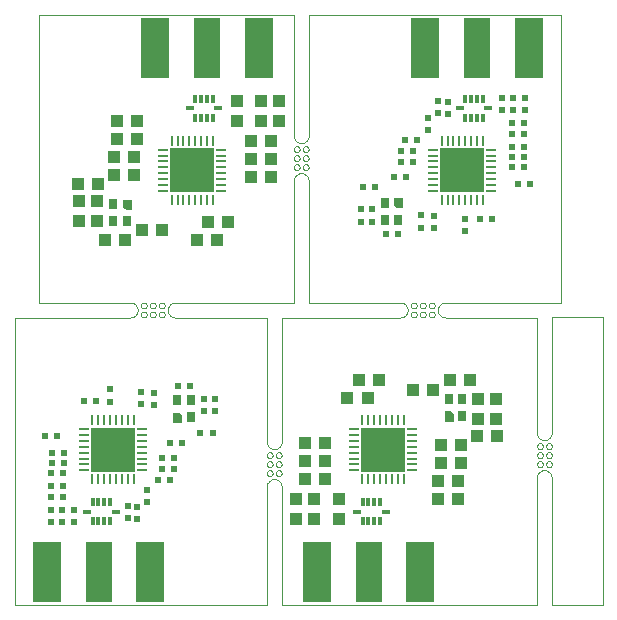
<source format=gtp>
G75*
%MOIN*%
%OFA0B0*%
%FSLAX24Y24*%
%IPPOS*%
%LPD*%
%AMOC8*
5,1,8,0,0,1.08239X$1,22.5*
%
%ADD10C,0.0000*%
%ADD11R,0.0110X0.0330*%
%ADD12R,0.0330X0.0110*%
%ADD13R,0.1460X0.1460*%
%ADD14R,0.0230X0.0240*%
%ADD15R,0.0240X0.0230*%
%ADD16R,0.0295X0.0335*%
%ADD17C,0.0020*%
%ADD18R,0.0900X0.2000*%
%ADD19R,0.0950X0.2000*%
%ADD20R,0.0118X0.0315*%
%ADD21R,0.0315X0.0118*%
%ADD22R,0.0433X0.0394*%
%ADD23R,0.0394X0.0433*%
D10*
X000550Y002350D02*
X000550Y011940D01*
X004400Y011940D01*
X004430Y011942D01*
X004460Y011947D01*
X004489Y011956D01*
X004516Y011969D01*
X004542Y011984D01*
X004566Y012003D01*
X004587Y012024D01*
X004606Y012048D01*
X004621Y012074D01*
X004634Y012101D01*
X004643Y012130D01*
X004648Y012160D01*
X004650Y012190D01*
X004648Y012220D01*
X004643Y012250D01*
X004634Y012279D01*
X004621Y012306D01*
X004606Y012332D01*
X004587Y012356D01*
X004566Y012377D01*
X004542Y012396D01*
X004516Y012411D01*
X004489Y012424D01*
X004460Y012433D01*
X004430Y012438D01*
X004400Y012440D01*
X001350Y012440D01*
X001350Y022035D01*
X009850Y022035D01*
X009850Y018000D01*
X009852Y017970D01*
X009857Y017940D01*
X009866Y017911D01*
X009879Y017884D01*
X009894Y017858D01*
X009913Y017834D01*
X009934Y017813D01*
X009958Y017794D01*
X009984Y017779D01*
X010011Y017766D01*
X010040Y017757D01*
X010070Y017752D01*
X010100Y017750D01*
X010130Y017752D01*
X010160Y017757D01*
X010189Y017766D01*
X010216Y017779D01*
X010242Y017794D01*
X010266Y017813D01*
X010287Y017834D01*
X010306Y017858D01*
X010321Y017884D01*
X010334Y017911D01*
X010343Y017940D01*
X010348Y017970D01*
X010350Y018000D01*
X010350Y022035D01*
X018750Y022035D01*
X018750Y012440D01*
X014910Y012440D01*
X014880Y012438D01*
X014850Y012433D01*
X014821Y012424D01*
X014794Y012411D01*
X014768Y012396D01*
X014744Y012377D01*
X014723Y012356D01*
X014704Y012332D01*
X014689Y012306D01*
X014676Y012279D01*
X014667Y012250D01*
X014662Y012220D01*
X014660Y012190D01*
X014662Y012160D01*
X014667Y012130D01*
X014676Y012101D01*
X014689Y012074D01*
X014704Y012048D01*
X014723Y012024D01*
X014744Y012003D01*
X014768Y011984D01*
X014794Y011969D01*
X014821Y011956D01*
X014850Y011947D01*
X014880Y011942D01*
X014910Y011940D01*
X017950Y011940D01*
X017950Y008100D01*
X017952Y008070D01*
X017957Y008040D01*
X017966Y008011D01*
X017979Y007984D01*
X017994Y007958D01*
X018013Y007934D01*
X018034Y007913D01*
X018058Y007894D01*
X018084Y007879D01*
X018111Y007866D01*
X018140Y007857D01*
X018170Y007852D01*
X018200Y007850D01*
X018230Y007852D01*
X018260Y007857D01*
X018289Y007866D01*
X018316Y007879D01*
X018342Y007894D01*
X018366Y007913D01*
X018387Y007934D01*
X018406Y007958D01*
X018421Y007984D01*
X018434Y008011D01*
X018443Y008040D01*
X018448Y008070D01*
X018450Y008100D01*
X018450Y011950D01*
X020150Y011950D01*
X020150Y002350D01*
X018450Y002350D01*
X018450Y006600D01*
X018262Y007050D02*
X018264Y007069D01*
X018269Y007088D01*
X018279Y007104D01*
X018291Y007119D01*
X018306Y007131D01*
X018322Y007141D01*
X018341Y007146D01*
X018360Y007148D01*
X018379Y007146D01*
X018398Y007141D01*
X018414Y007131D01*
X018429Y007119D01*
X018441Y007104D01*
X018451Y007088D01*
X018456Y007069D01*
X018458Y007050D01*
X018456Y007031D01*
X018451Y007012D01*
X018441Y006996D01*
X018429Y006981D01*
X018414Y006969D01*
X018398Y006959D01*
X018379Y006954D01*
X018360Y006952D01*
X018341Y006954D01*
X018322Y006959D01*
X018306Y006969D01*
X018291Y006981D01*
X018279Y006996D01*
X018269Y007012D01*
X018264Y007031D01*
X018262Y007050D01*
X017962Y007050D02*
X017964Y007069D01*
X017969Y007088D01*
X017979Y007104D01*
X017991Y007119D01*
X018006Y007131D01*
X018022Y007141D01*
X018041Y007146D01*
X018060Y007148D01*
X018079Y007146D01*
X018098Y007141D01*
X018114Y007131D01*
X018129Y007119D01*
X018141Y007104D01*
X018151Y007088D01*
X018156Y007069D01*
X018158Y007050D01*
X018156Y007031D01*
X018151Y007012D01*
X018141Y006996D01*
X018129Y006981D01*
X018114Y006969D01*
X018098Y006959D01*
X018079Y006954D01*
X018060Y006952D01*
X018041Y006954D01*
X018022Y006959D01*
X018006Y006969D01*
X017991Y006981D01*
X017979Y006996D01*
X017969Y007012D01*
X017964Y007031D01*
X017962Y007050D01*
X017950Y006600D02*
X017950Y002350D01*
X009450Y002350D01*
X009450Y006305D01*
X009448Y006335D01*
X009441Y006365D01*
X009432Y006393D01*
X009419Y006421D01*
X009403Y006446D01*
X009384Y006469D01*
X009362Y006490D01*
X009338Y006509D01*
X009312Y006524D01*
X009284Y006535D01*
X009255Y006544D01*
X009225Y006549D01*
X009195Y006550D01*
X009165Y006548D01*
X009135Y006541D01*
X009107Y006532D01*
X009079Y006519D01*
X009054Y006503D01*
X009031Y006484D01*
X009010Y006462D01*
X008991Y006438D01*
X008976Y006412D01*
X008965Y006384D01*
X008956Y006355D01*
X008951Y006325D01*
X008950Y006295D01*
X008950Y002350D01*
X000550Y002350D01*
X005900Y011940D02*
X008950Y011940D01*
X008950Y007800D01*
X008952Y007770D01*
X008957Y007740D01*
X008966Y007711D01*
X008979Y007684D01*
X008994Y007658D01*
X009013Y007634D01*
X009034Y007613D01*
X009058Y007594D01*
X009084Y007579D01*
X009111Y007566D01*
X009140Y007557D01*
X009170Y007552D01*
X009200Y007550D01*
X009230Y007552D01*
X009260Y007557D01*
X009289Y007566D01*
X009316Y007579D01*
X009342Y007594D01*
X009366Y007613D01*
X009387Y007634D01*
X009406Y007658D01*
X009421Y007684D01*
X009434Y007711D01*
X009443Y007740D01*
X009448Y007770D01*
X009450Y007800D01*
X009450Y011940D01*
X013400Y011940D01*
X013430Y011942D01*
X013460Y011947D01*
X013489Y011956D01*
X013516Y011969D01*
X013542Y011984D01*
X013566Y012003D01*
X013587Y012024D01*
X013606Y012048D01*
X013621Y012074D01*
X013634Y012101D01*
X013643Y012130D01*
X013648Y012160D01*
X013650Y012190D01*
X013648Y012220D01*
X013643Y012250D01*
X013634Y012279D01*
X013621Y012306D01*
X013606Y012332D01*
X013587Y012356D01*
X013566Y012377D01*
X013542Y012396D01*
X013516Y012411D01*
X013489Y012424D01*
X013460Y012433D01*
X013430Y012438D01*
X013400Y012440D01*
X010350Y012440D01*
X010350Y016500D01*
X010348Y016530D01*
X010343Y016560D01*
X010334Y016589D01*
X010321Y016616D01*
X010306Y016642D01*
X010287Y016666D01*
X010266Y016687D01*
X010242Y016706D01*
X010216Y016721D01*
X010189Y016734D01*
X010160Y016743D01*
X010130Y016748D01*
X010100Y016750D01*
X010070Y016748D01*
X010040Y016743D01*
X010011Y016734D01*
X009984Y016721D01*
X009958Y016706D01*
X009934Y016687D01*
X009913Y016666D01*
X009894Y016642D01*
X009879Y016616D01*
X009866Y016589D01*
X009857Y016560D01*
X009852Y016530D01*
X009850Y016500D01*
X009850Y012440D01*
X005900Y012440D01*
X005870Y012438D01*
X005840Y012433D01*
X005811Y012424D01*
X005784Y012411D01*
X005758Y012396D01*
X005734Y012377D01*
X005713Y012356D01*
X005694Y012332D01*
X005679Y012306D01*
X005666Y012279D01*
X005657Y012250D01*
X005652Y012220D01*
X005650Y012190D01*
X005652Y012160D01*
X005657Y012130D01*
X005666Y012101D01*
X005679Y012074D01*
X005694Y012048D01*
X005713Y012024D01*
X005734Y012003D01*
X005758Y011984D01*
X005784Y011969D01*
X005811Y011956D01*
X005840Y011947D01*
X005870Y011942D01*
X005900Y011940D01*
X005352Y012040D02*
X005354Y012059D01*
X005359Y012078D01*
X005369Y012094D01*
X005381Y012109D01*
X005396Y012121D01*
X005412Y012131D01*
X005431Y012136D01*
X005450Y012138D01*
X005469Y012136D01*
X005488Y012131D01*
X005504Y012121D01*
X005519Y012109D01*
X005531Y012094D01*
X005541Y012078D01*
X005546Y012059D01*
X005548Y012040D01*
X005546Y012021D01*
X005541Y012002D01*
X005531Y011986D01*
X005519Y011971D01*
X005504Y011959D01*
X005488Y011949D01*
X005469Y011944D01*
X005450Y011942D01*
X005431Y011944D01*
X005412Y011949D01*
X005396Y011959D01*
X005381Y011971D01*
X005369Y011986D01*
X005359Y012002D01*
X005354Y012021D01*
X005352Y012040D01*
X005052Y012040D02*
X005054Y012059D01*
X005059Y012078D01*
X005069Y012094D01*
X005081Y012109D01*
X005096Y012121D01*
X005112Y012131D01*
X005131Y012136D01*
X005150Y012138D01*
X005169Y012136D01*
X005188Y012131D01*
X005204Y012121D01*
X005219Y012109D01*
X005231Y012094D01*
X005241Y012078D01*
X005246Y012059D01*
X005248Y012040D01*
X005246Y012021D01*
X005241Y012002D01*
X005231Y011986D01*
X005219Y011971D01*
X005204Y011959D01*
X005188Y011949D01*
X005169Y011944D01*
X005150Y011942D01*
X005131Y011944D01*
X005112Y011949D01*
X005096Y011959D01*
X005081Y011971D01*
X005069Y011986D01*
X005059Y012002D01*
X005054Y012021D01*
X005052Y012040D01*
X004752Y012040D02*
X004754Y012059D01*
X004759Y012078D01*
X004769Y012094D01*
X004781Y012109D01*
X004796Y012121D01*
X004812Y012131D01*
X004831Y012136D01*
X004850Y012138D01*
X004869Y012136D01*
X004888Y012131D01*
X004904Y012121D01*
X004919Y012109D01*
X004931Y012094D01*
X004941Y012078D01*
X004946Y012059D01*
X004948Y012040D01*
X004946Y012021D01*
X004941Y012002D01*
X004931Y011986D01*
X004919Y011971D01*
X004904Y011959D01*
X004888Y011949D01*
X004869Y011944D01*
X004850Y011942D01*
X004831Y011944D01*
X004812Y011949D01*
X004796Y011959D01*
X004781Y011971D01*
X004769Y011986D01*
X004759Y012002D01*
X004754Y012021D01*
X004752Y012040D01*
X004752Y012340D02*
X004754Y012359D01*
X004759Y012378D01*
X004769Y012394D01*
X004781Y012409D01*
X004796Y012421D01*
X004812Y012431D01*
X004831Y012436D01*
X004850Y012438D01*
X004869Y012436D01*
X004888Y012431D01*
X004904Y012421D01*
X004919Y012409D01*
X004931Y012394D01*
X004941Y012378D01*
X004946Y012359D01*
X004948Y012340D01*
X004946Y012321D01*
X004941Y012302D01*
X004931Y012286D01*
X004919Y012271D01*
X004904Y012259D01*
X004888Y012249D01*
X004869Y012244D01*
X004850Y012242D01*
X004831Y012244D01*
X004812Y012249D01*
X004796Y012259D01*
X004781Y012271D01*
X004769Y012286D01*
X004759Y012302D01*
X004754Y012321D01*
X004752Y012340D01*
X005052Y012340D02*
X005054Y012359D01*
X005059Y012378D01*
X005069Y012394D01*
X005081Y012409D01*
X005096Y012421D01*
X005112Y012431D01*
X005131Y012436D01*
X005150Y012438D01*
X005169Y012436D01*
X005188Y012431D01*
X005204Y012421D01*
X005219Y012409D01*
X005231Y012394D01*
X005241Y012378D01*
X005246Y012359D01*
X005248Y012340D01*
X005246Y012321D01*
X005241Y012302D01*
X005231Y012286D01*
X005219Y012271D01*
X005204Y012259D01*
X005188Y012249D01*
X005169Y012244D01*
X005150Y012242D01*
X005131Y012244D01*
X005112Y012249D01*
X005096Y012259D01*
X005081Y012271D01*
X005069Y012286D01*
X005059Y012302D01*
X005054Y012321D01*
X005052Y012340D01*
X005352Y012340D02*
X005354Y012359D01*
X005359Y012378D01*
X005369Y012394D01*
X005381Y012409D01*
X005396Y012421D01*
X005412Y012431D01*
X005431Y012436D01*
X005450Y012438D01*
X005469Y012436D01*
X005488Y012431D01*
X005504Y012421D01*
X005519Y012409D01*
X005531Y012394D01*
X005541Y012378D01*
X005546Y012359D01*
X005548Y012340D01*
X005546Y012321D01*
X005541Y012302D01*
X005531Y012286D01*
X005519Y012271D01*
X005504Y012259D01*
X005488Y012249D01*
X005469Y012244D01*
X005450Y012242D01*
X005431Y012244D01*
X005412Y012249D01*
X005396Y012259D01*
X005381Y012271D01*
X005369Y012286D01*
X005359Y012302D01*
X005354Y012321D01*
X005352Y012340D01*
X008952Y007350D02*
X008954Y007369D01*
X008959Y007388D01*
X008969Y007404D01*
X008981Y007419D01*
X008996Y007431D01*
X009012Y007441D01*
X009031Y007446D01*
X009050Y007448D01*
X009069Y007446D01*
X009088Y007441D01*
X009104Y007431D01*
X009119Y007419D01*
X009131Y007404D01*
X009141Y007388D01*
X009146Y007369D01*
X009148Y007350D01*
X009146Y007331D01*
X009141Y007312D01*
X009131Y007296D01*
X009119Y007281D01*
X009104Y007269D01*
X009088Y007259D01*
X009069Y007254D01*
X009050Y007252D01*
X009031Y007254D01*
X009012Y007259D01*
X008996Y007269D01*
X008981Y007281D01*
X008969Y007296D01*
X008959Y007312D01*
X008954Y007331D01*
X008952Y007350D01*
X008952Y007050D02*
X008954Y007069D01*
X008959Y007088D01*
X008969Y007104D01*
X008981Y007119D01*
X008996Y007131D01*
X009012Y007141D01*
X009031Y007146D01*
X009050Y007148D01*
X009069Y007146D01*
X009088Y007141D01*
X009104Y007131D01*
X009119Y007119D01*
X009131Y007104D01*
X009141Y007088D01*
X009146Y007069D01*
X009148Y007050D01*
X009146Y007031D01*
X009141Y007012D01*
X009131Y006996D01*
X009119Y006981D01*
X009104Y006969D01*
X009088Y006959D01*
X009069Y006954D01*
X009050Y006952D01*
X009031Y006954D01*
X009012Y006959D01*
X008996Y006969D01*
X008981Y006981D01*
X008969Y006996D01*
X008959Y007012D01*
X008954Y007031D01*
X008952Y007050D01*
X008952Y006750D02*
X008954Y006769D01*
X008959Y006788D01*
X008969Y006804D01*
X008981Y006819D01*
X008996Y006831D01*
X009012Y006841D01*
X009031Y006846D01*
X009050Y006848D01*
X009069Y006846D01*
X009088Y006841D01*
X009104Y006831D01*
X009119Y006819D01*
X009131Y006804D01*
X009141Y006788D01*
X009146Y006769D01*
X009148Y006750D01*
X009146Y006731D01*
X009141Y006712D01*
X009131Y006696D01*
X009119Y006681D01*
X009104Y006669D01*
X009088Y006659D01*
X009069Y006654D01*
X009050Y006652D01*
X009031Y006654D01*
X009012Y006659D01*
X008996Y006669D01*
X008981Y006681D01*
X008969Y006696D01*
X008959Y006712D01*
X008954Y006731D01*
X008952Y006750D01*
X009252Y006750D02*
X009254Y006769D01*
X009259Y006788D01*
X009269Y006804D01*
X009281Y006819D01*
X009296Y006831D01*
X009312Y006841D01*
X009331Y006846D01*
X009350Y006848D01*
X009369Y006846D01*
X009388Y006841D01*
X009404Y006831D01*
X009419Y006819D01*
X009431Y006804D01*
X009441Y006788D01*
X009446Y006769D01*
X009448Y006750D01*
X009446Y006731D01*
X009441Y006712D01*
X009431Y006696D01*
X009419Y006681D01*
X009404Y006669D01*
X009388Y006659D01*
X009369Y006654D01*
X009350Y006652D01*
X009331Y006654D01*
X009312Y006659D01*
X009296Y006669D01*
X009281Y006681D01*
X009269Y006696D01*
X009259Y006712D01*
X009254Y006731D01*
X009252Y006750D01*
X009252Y007050D02*
X009254Y007069D01*
X009259Y007088D01*
X009269Y007104D01*
X009281Y007119D01*
X009296Y007131D01*
X009312Y007141D01*
X009331Y007146D01*
X009350Y007148D01*
X009369Y007146D01*
X009388Y007141D01*
X009404Y007131D01*
X009419Y007119D01*
X009431Y007104D01*
X009441Y007088D01*
X009446Y007069D01*
X009448Y007050D01*
X009446Y007031D01*
X009441Y007012D01*
X009431Y006996D01*
X009419Y006981D01*
X009404Y006969D01*
X009388Y006959D01*
X009369Y006954D01*
X009350Y006952D01*
X009331Y006954D01*
X009312Y006959D01*
X009296Y006969D01*
X009281Y006981D01*
X009269Y006996D01*
X009259Y007012D01*
X009254Y007031D01*
X009252Y007050D01*
X009252Y007350D02*
X009254Y007369D01*
X009259Y007388D01*
X009269Y007404D01*
X009281Y007419D01*
X009296Y007431D01*
X009312Y007441D01*
X009331Y007446D01*
X009350Y007448D01*
X009369Y007446D01*
X009388Y007441D01*
X009404Y007431D01*
X009419Y007419D01*
X009431Y007404D01*
X009441Y007388D01*
X009446Y007369D01*
X009448Y007350D01*
X009446Y007331D01*
X009441Y007312D01*
X009431Y007296D01*
X009419Y007281D01*
X009404Y007269D01*
X009388Y007259D01*
X009369Y007254D01*
X009350Y007252D01*
X009331Y007254D01*
X009312Y007259D01*
X009296Y007269D01*
X009281Y007281D01*
X009269Y007296D01*
X009259Y007312D01*
X009254Y007331D01*
X009252Y007350D01*
X013752Y012040D02*
X013754Y012059D01*
X013759Y012078D01*
X013769Y012094D01*
X013781Y012109D01*
X013796Y012121D01*
X013812Y012131D01*
X013831Y012136D01*
X013850Y012138D01*
X013869Y012136D01*
X013888Y012131D01*
X013904Y012121D01*
X013919Y012109D01*
X013931Y012094D01*
X013941Y012078D01*
X013946Y012059D01*
X013948Y012040D01*
X013946Y012021D01*
X013941Y012002D01*
X013931Y011986D01*
X013919Y011971D01*
X013904Y011959D01*
X013888Y011949D01*
X013869Y011944D01*
X013850Y011942D01*
X013831Y011944D01*
X013812Y011949D01*
X013796Y011959D01*
X013781Y011971D01*
X013769Y011986D01*
X013759Y012002D01*
X013754Y012021D01*
X013752Y012040D01*
X013752Y012340D02*
X013754Y012359D01*
X013759Y012378D01*
X013769Y012394D01*
X013781Y012409D01*
X013796Y012421D01*
X013812Y012431D01*
X013831Y012436D01*
X013850Y012438D01*
X013869Y012436D01*
X013888Y012431D01*
X013904Y012421D01*
X013919Y012409D01*
X013931Y012394D01*
X013941Y012378D01*
X013946Y012359D01*
X013948Y012340D01*
X013946Y012321D01*
X013941Y012302D01*
X013931Y012286D01*
X013919Y012271D01*
X013904Y012259D01*
X013888Y012249D01*
X013869Y012244D01*
X013850Y012242D01*
X013831Y012244D01*
X013812Y012249D01*
X013796Y012259D01*
X013781Y012271D01*
X013769Y012286D01*
X013759Y012302D01*
X013754Y012321D01*
X013752Y012340D01*
X014052Y012340D02*
X014054Y012359D01*
X014059Y012378D01*
X014069Y012394D01*
X014081Y012409D01*
X014096Y012421D01*
X014112Y012431D01*
X014131Y012436D01*
X014150Y012438D01*
X014169Y012436D01*
X014188Y012431D01*
X014204Y012421D01*
X014219Y012409D01*
X014231Y012394D01*
X014241Y012378D01*
X014246Y012359D01*
X014248Y012340D01*
X014246Y012321D01*
X014241Y012302D01*
X014231Y012286D01*
X014219Y012271D01*
X014204Y012259D01*
X014188Y012249D01*
X014169Y012244D01*
X014150Y012242D01*
X014131Y012244D01*
X014112Y012249D01*
X014096Y012259D01*
X014081Y012271D01*
X014069Y012286D01*
X014059Y012302D01*
X014054Y012321D01*
X014052Y012340D01*
X014052Y012040D02*
X014054Y012059D01*
X014059Y012078D01*
X014069Y012094D01*
X014081Y012109D01*
X014096Y012121D01*
X014112Y012131D01*
X014131Y012136D01*
X014150Y012138D01*
X014169Y012136D01*
X014188Y012131D01*
X014204Y012121D01*
X014219Y012109D01*
X014231Y012094D01*
X014241Y012078D01*
X014246Y012059D01*
X014248Y012040D01*
X014246Y012021D01*
X014241Y012002D01*
X014231Y011986D01*
X014219Y011971D01*
X014204Y011959D01*
X014188Y011949D01*
X014169Y011944D01*
X014150Y011942D01*
X014131Y011944D01*
X014112Y011949D01*
X014096Y011959D01*
X014081Y011971D01*
X014069Y011986D01*
X014059Y012002D01*
X014054Y012021D01*
X014052Y012040D01*
X014352Y012040D02*
X014354Y012059D01*
X014359Y012078D01*
X014369Y012094D01*
X014381Y012109D01*
X014396Y012121D01*
X014412Y012131D01*
X014431Y012136D01*
X014450Y012138D01*
X014469Y012136D01*
X014488Y012131D01*
X014504Y012121D01*
X014519Y012109D01*
X014531Y012094D01*
X014541Y012078D01*
X014546Y012059D01*
X014548Y012040D01*
X014546Y012021D01*
X014541Y012002D01*
X014531Y011986D01*
X014519Y011971D01*
X014504Y011959D01*
X014488Y011949D01*
X014469Y011944D01*
X014450Y011942D01*
X014431Y011944D01*
X014412Y011949D01*
X014396Y011959D01*
X014381Y011971D01*
X014369Y011986D01*
X014359Y012002D01*
X014354Y012021D01*
X014352Y012040D01*
X014352Y012340D02*
X014354Y012359D01*
X014359Y012378D01*
X014369Y012394D01*
X014381Y012409D01*
X014396Y012421D01*
X014412Y012431D01*
X014431Y012436D01*
X014450Y012438D01*
X014469Y012436D01*
X014488Y012431D01*
X014504Y012421D01*
X014519Y012409D01*
X014531Y012394D01*
X014541Y012378D01*
X014546Y012359D01*
X014548Y012340D01*
X014546Y012321D01*
X014541Y012302D01*
X014531Y012286D01*
X014519Y012271D01*
X014504Y012259D01*
X014488Y012249D01*
X014469Y012244D01*
X014450Y012242D01*
X014431Y012244D01*
X014412Y012249D01*
X014396Y012259D01*
X014381Y012271D01*
X014369Y012286D01*
X014359Y012302D01*
X014354Y012321D01*
X014352Y012340D01*
X017962Y007650D02*
X017964Y007669D01*
X017969Y007688D01*
X017979Y007704D01*
X017991Y007719D01*
X018006Y007731D01*
X018022Y007741D01*
X018041Y007746D01*
X018060Y007748D01*
X018079Y007746D01*
X018098Y007741D01*
X018114Y007731D01*
X018129Y007719D01*
X018141Y007704D01*
X018151Y007688D01*
X018156Y007669D01*
X018158Y007650D01*
X018156Y007631D01*
X018151Y007612D01*
X018141Y007596D01*
X018129Y007581D01*
X018114Y007569D01*
X018098Y007559D01*
X018079Y007554D01*
X018060Y007552D01*
X018041Y007554D01*
X018022Y007559D01*
X018006Y007569D01*
X017991Y007581D01*
X017979Y007596D01*
X017969Y007612D01*
X017964Y007631D01*
X017962Y007650D01*
X017962Y007350D02*
X017964Y007369D01*
X017969Y007388D01*
X017979Y007404D01*
X017991Y007419D01*
X018006Y007431D01*
X018022Y007441D01*
X018041Y007446D01*
X018060Y007448D01*
X018079Y007446D01*
X018098Y007441D01*
X018114Y007431D01*
X018129Y007419D01*
X018141Y007404D01*
X018151Y007388D01*
X018156Y007369D01*
X018158Y007350D01*
X018156Y007331D01*
X018151Y007312D01*
X018141Y007296D01*
X018129Y007281D01*
X018114Y007269D01*
X018098Y007259D01*
X018079Y007254D01*
X018060Y007252D01*
X018041Y007254D01*
X018022Y007259D01*
X018006Y007269D01*
X017991Y007281D01*
X017979Y007296D01*
X017969Y007312D01*
X017964Y007331D01*
X017962Y007350D01*
X018262Y007350D02*
X018264Y007369D01*
X018269Y007388D01*
X018279Y007404D01*
X018291Y007419D01*
X018306Y007431D01*
X018322Y007441D01*
X018341Y007446D01*
X018360Y007448D01*
X018379Y007446D01*
X018398Y007441D01*
X018414Y007431D01*
X018429Y007419D01*
X018441Y007404D01*
X018451Y007388D01*
X018456Y007369D01*
X018458Y007350D01*
X018456Y007331D01*
X018451Y007312D01*
X018441Y007296D01*
X018429Y007281D01*
X018414Y007269D01*
X018398Y007259D01*
X018379Y007254D01*
X018360Y007252D01*
X018341Y007254D01*
X018322Y007259D01*
X018306Y007269D01*
X018291Y007281D01*
X018279Y007296D01*
X018269Y007312D01*
X018264Y007331D01*
X018262Y007350D01*
X018262Y007650D02*
X018264Y007669D01*
X018269Y007688D01*
X018279Y007704D01*
X018291Y007719D01*
X018306Y007731D01*
X018322Y007741D01*
X018341Y007746D01*
X018360Y007748D01*
X018379Y007746D01*
X018398Y007741D01*
X018414Y007731D01*
X018429Y007719D01*
X018441Y007704D01*
X018451Y007688D01*
X018456Y007669D01*
X018458Y007650D01*
X018456Y007631D01*
X018451Y007612D01*
X018441Y007596D01*
X018429Y007581D01*
X018414Y007569D01*
X018398Y007559D01*
X018379Y007554D01*
X018360Y007552D01*
X018341Y007554D01*
X018322Y007559D01*
X018306Y007569D01*
X018291Y007581D01*
X018279Y007596D01*
X018269Y007612D01*
X018264Y007631D01*
X018262Y007650D01*
X018450Y006600D02*
X018448Y006630D01*
X018443Y006660D01*
X018434Y006689D01*
X018421Y006716D01*
X018406Y006742D01*
X018387Y006766D01*
X018366Y006787D01*
X018342Y006806D01*
X018316Y006821D01*
X018289Y006834D01*
X018260Y006843D01*
X018230Y006848D01*
X018200Y006850D01*
X018170Y006848D01*
X018140Y006843D01*
X018111Y006834D01*
X018084Y006821D01*
X018058Y006806D01*
X018034Y006787D01*
X018013Y006766D01*
X017994Y006742D01*
X017979Y006716D01*
X017966Y006689D01*
X017957Y006660D01*
X017952Y006630D01*
X017950Y006600D01*
X010152Y016950D02*
X010154Y016969D01*
X010159Y016988D01*
X010169Y017004D01*
X010181Y017019D01*
X010196Y017031D01*
X010212Y017041D01*
X010231Y017046D01*
X010250Y017048D01*
X010269Y017046D01*
X010288Y017041D01*
X010304Y017031D01*
X010319Y017019D01*
X010331Y017004D01*
X010341Y016988D01*
X010346Y016969D01*
X010348Y016950D01*
X010346Y016931D01*
X010341Y016912D01*
X010331Y016896D01*
X010319Y016881D01*
X010304Y016869D01*
X010288Y016859D01*
X010269Y016854D01*
X010250Y016852D01*
X010231Y016854D01*
X010212Y016859D01*
X010196Y016869D01*
X010181Y016881D01*
X010169Y016896D01*
X010159Y016912D01*
X010154Y016931D01*
X010152Y016950D01*
X009852Y016950D02*
X009854Y016969D01*
X009859Y016988D01*
X009869Y017004D01*
X009881Y017019D01*
X009896Y017031D01*
X009912Y017041D01*
X009931Y017046D01*
X009950Y017048D01*
X009969Y017046D01*
X009988Y017041D01*
X010004Y017031D01*
X010019Y017019D01*
X010031Y017004D01*
X010041Y016988D01*
X010046Y016969D01*
X010048Y016950D01*
X010046Y016931D01*
X010041Y016912D01*
X010031Y016896D01*
X010019Y016881D01*
X010004Y016869D01*
X009988Y016859D01*
X009969Y016854D01*
X009950Y016852D01*
X009931Y016854D01*
X009912Y016859D01*
X009896Y016869D01*
X009881Y016881D01*
X009869Y016896D01*
X009859Y016912D01*
X009854Y016931D01*
X009852Y016950D01*
X009852Y017250D02*
X009854Y017269D01*
X009859Y017288D01*
X009869Y017304D01*
X009881Y017319D01*
X009896Y017331D01*
X009912Y017341D01*
X009931Y017346D01*
X009950Y017348D01*
X009969Y017346D01*
X009988Y017341D01*
X010004Y017331D01*
X010019Y017319D01*
X010031Y017304D01*
X010041Y017288D01*
X010046Y017269D01*
X010048Y017250D01*
X010046Y017231D01*
X010041Y017212D01*
X010031Y017196D01*
X010019Y017181D01*
X010004Y017169D01*
X009988Y017159D01*
X009969Y017154D01*
X009950Y017152D01*
X009931Y017154D01*
X009912Y017159D01*
X009896Y017169D01*
X009881Y017181D01*
X009869Y017196D01*
X009859Y017212D01*
X009854Y017231D01*
X009852Y017250D01*
X009852Y017550D02*
X009854Y017569D01*
X009859Y017588D01*
X009869Y017604D01*
X009881Y017619D01*
X009896Y017631D01*
X009912Y017641D01*
X009931Y017646D01*
X009950Y017648D01*
X009969Y017646D01*
X009988Y017641D01*
X010004Y017631D01*
X010019Y017619D01*
X010031Y017604D01*
X010041Y017588D01*
X010046Y017569D01*
X010048Y017550D01*
X010046Y017531D01*
X010041Y017512D01*
X010031Y017496D01*
X010019Y017481D01*
X010004Y017469D01*
X009988Y017459D01*
X009969Y017454D01*
X009950Y017452D01*
X009931Y017454D01*
X009912Y017459D01*
X009896Y017469D01*
X009881Y017481D01*
X009869Y017496D01*
X009859Y017512D01*
X009854Y017531D01*
X009852Y017550D01*
X010152Y017550D02*
X010154Y017569D01*
X010159Y017588D01*
X010169Y017604D01*
X010181Y017619D01*
X010196Y017631D01*
X010212Y017641D01*
X010231Y017646D01*
X010250Y017648D01*
X010269Y017646D01*
X010288Y017641D01*
X010304Y017631D01*
X010319Y017619D01*
X010331Y017604D01*
X010341Y017588D01*
X010346Y017569D01*
X010348Y017550D01*
X010346Y017531D01*
X010341Y017512D01*
X010331Y017496D01*
X010319Y017481D01*
X010304Y017469D01*
X010288Y017459D01*
X010269Y017454D01*
X010250Y017452D01*
X010231Y017454D01*
X010212Y017459D01*
X010196Y017469D01*
X010181Y017481D01*
X010169Y017496D01*
X010159Y017512D01*
X010154Y017531D01*
X010152Y017550D01*
X010152Y017250D02*
X010154Y017269D01*
X010159Y017288D01*
X010169Y017304D01*
X010181Y017319D01*
X010196Y017331D01*
X010212Y017341D01*
X010231Y017346D01*
X010250Y017348D01*
X010269Y017346D01*
X010288Y017341D01*
X010304Y017331D01*
X010319Y017319D01*
X010331Y017304D01*
X010341Y017288D01*
X010346Y017269D01*
X010348Y017250D01*
X010346Y017231D01*
X010341Y017212D01*
X010331Y017196D01*
X010319Y017181D01*
X010304Y017169D01*
X010288Y017159D01*
X010269Y017154D01*
X010250Y017152D01*
X010231Y017154D01*
X010212Y017159D01*
X010196Y017169D01*
X010181Y017181D01*
X010169Y017196D01*
X010159Y017212D01*
X010154Y017231D01*
X010152Y017250D01*
D11*
X007157Y017811D03*
X006957Y017811D03*
X006767Y017811D03*
X006567Y017811D03*
X006367Y017811D03*
X006167Y017811D03*
X005977Y017811D03*
X005777Y017811D03*
X005777Y015871D03*
X005977Y015871D03*
X006167Y015871D03*
X006367Y015871D03*
X006567Y015871D03*
X006767Y015871D03*
X006957Y015871D03*
X007157Y015871D03*
X004523Y008509D03*
X004323Y008509D03*
X004133Y008509D03*
X003933Y008509D03*
X003733Y008509D03*
X003533Y008509D03*
X003343Y008509D03*
X003143Y008509D03*
X003143Y006569D03*
X003343Y006569D03*
X003533Y006569D03*
X003733Y006569D03*
X003933Y006569D03*
X004133Y006569D03*
X004323Y006569D03*
X004523Y006569D03*
X012143Y006569D03*
X012343Y006569D03*
X012533Y006569D03*
X012733Y006569D03*
X012933Y006569D03*
X013133Y006569D03*
X013323Y006569D03*
X013523Y006569D03*
X013523Y008509D03*
X013323Y008509D03*
X013133Y008509D03*
X012933Y008509D03*
X012733Y008509D03*
X012533Y008509D03*
X012343Y008509D03*
X012143Y008509D03*
X014777Y015871D03*
X014977Y015871D03*
X015167Y015871D03*
X015367Y015871D03*
X015567Y015871D03*
X015767Y015871D03*
X015957Y015871D03*
X016157Y015871D03*
X016157Y017811D03*
X015957Y017811D03*
X015767Y017811D03*
X015567Y017811D03*
X015367Y017811D03*
X015167Y017811D03*
X014977Y017811D03*
X014777Y017811D03*
D12*
X014497Y017531D03*
X014497Y017331D03*
X014497Y017141D03*
X014497Y016941D03*
X014497Y016741D03*
X014497Y016541D03*
X014497Y016351D03*
X014497Y016151D03*
X016437Y016151D03*
X016437Y016351D03*
X016437Y016541D03*
X016437Y016741D03*
X016437Y016941D03*
X016437Y017141D03*
X016437Y017331D03*
X016437Y017531D03*
X013803Y008229D03*
X013803Y008029D03*
X013803Y007839D03*
X013803Y007639D03*
X013803Y007439D03*
X013803Y007239D03*
X013803Y007049D03*
X013803Y006849D03*
X011863Y006849D03*
X011863Y007049D03*
X011863Y007239D03*
X011863Y007439D03*
X011863Y007639D03*
X011863Y007839D03*
X011863Y008029D03*
X011863Y008229D03*
X007437Y016151D03*
X007437Y016351D03*
X007437Y016541D03*
X007437Y016741D03*
X007437Y016941D03*
X007437Y017141D03*
X007437Y017331D03*
X007437Y017531D03*
X005497Y017531D03*
X005497Y017331D03*
X005497Y017141D03*
X005497Y016941D03*
X005497Y016741D03*
X005497Y016541D03*
X005497Y016351D03*
X005497Y016151D03*
X004803Y008229D03*
X004803Y008029D03*
X004803Y007839D03*
X004803Y007639D03*
X004803Y007439D03*
X004803Y007239D03*
X004803Y007049D03*
X004803Y006849D03*
X002863Y006849D03*
X002863Y007049D03*
X002863Y007239D03*
X002863Y007439D03*
X002863Y007639D03*
X002863Y007839D03*
X002863Y008029D03*
X002863Y008229D03*
D13*
X003833Y007539D03*
X006467Y016841D03*
X012833Y007539D03*
X015467Y016841D03*
D14*
X014337Y018190D03*
X014337Y018592D03*
X014667Y018770D03*
X014987Y018720D03*
X014987Y019122D03*
X014667Y019172D03*
X016787Y019262D03*
X017175Y019260D03*
X017175Y018858D03*
X017545Y018858D03*
X017545Y019260D03*
X016787Y018860D03*
X015562Y015240D03*
X015562Y014838D03*
X014537Y014930D03*
X014537Y015332D03*
X014097Y015342D03*
X014097Y014940D03*
X012447Y015140D03*
X012447Y015542D03*
X012087Y015542D03*
X012087Y015140D03*
X007213Y009240D03*
X007213Y008838D03*
X006853Y008838D03*
X006853Y009240D03*
X005203Y009440D03*
X005203Y009038D03*
X004763Y009048D03*
X004763Y009450D03*
X003738Y009542D03*
X003738Y009140D03*
X004963Y006190D03*
X004963Y005788D03*
X004633Y005610D03*
X004313Y005660D03*
X004313Y005258D03*
X004633Y005208D03*
X002513Y005118D03*
X002125Y005120D03*
X002125Y005522D03*
X001755Y005522D03*
X001755Y005120D03*
X002513Y005520D03*
D15*
X002172Y005950D03*
X002172Y006310D03*
X001771Y006310D03*
X001771Y005950D03*
X001772Y006749D03*
X001782Y007089D03*
X001782Y007429D03*
X002184Y007429D03*
X002184Y007089D03*
X002174Y006749D03*
X001964Y007979D03*
X001562Y007979D03*
X002845Y009159D03*
X003247Y009159D03*
X005462Y007249D03*
X005462Y006889D03*
X005332Y006529D03*
X005734Y006529D03*
X005864Y006889D03*
X005864Y007249D03*
X005712Y007749D03*
X006114Y007749D03*
X006742Y008099D03*
X007144Y008099D03*
X006384Y009649D03*
X005982Y009649D03*
X012156Y016281D03*
X012558Y016281D03*
X013186Y016631D03*
X013588Y016631D03*
X013436Y017131D03*
X013436Y017491D03*
X013566Y017851D03*
X013968Y017851D03*
X013838Y017491D03*
X013838Y017131D03*
X013318Y014731D03*
X012916Y014731D03*
X016053Y015221D03*
X016455Y015221D03*
X017336Y016401D03*
X017738Y016401D03*
X017518Y016951D03*
X017518Y017291D03*
X017528Y017631D03*
X017126Y017631D03*
X017116Y017291D03*
X017116Y016951D03*
X017128Y018070D03*
X017128Y018430D03*
X017529Y018430D03*
X017529Y018070D03*
D16*
X013333Y015196D03*
X012880Y015196D03*
X012880Y015767D03*
X015017Y009234D03*
X015470Y009234D03*
X015470Y008663D03*
X006420Y008613D03*
X006420Y009184D03*
X005967Y009184D03*
X004283Y015146D03*
X003830Y015146D03*
X003830Y015717D03*
D17*
X004145Y015726D02*
X004421Y015726D01*
X004421Y015744D02*
X004145Y015744D01*
X004145Y015763D02*
X004421Y015763D01*
X004421Y015781D02*
X004145Y015781D01*
X004145Y015800D02*
X004421Y015800D01*
X004421Y015818D02*
X004145Y015818D01*
X004145Y015837D02*
X004421Y015837D01*
X004421Y015855D02*
X004145Y015855D01*
X004145Y015874D02*
X004421Y015874D01*
X004421Y015559D01*
X004244Y015559D01*
X004145Y015657D01*
X004145Y015874D01*
X004421Y015874D01*
X004421Y015707D02*
X004145Y015707D01*
X004145Y015689D02*
X004421Y015689D01*
X004421Y015670D02*
X004145Y015670D01*
X004151Y015652D02*
X004421Y015652D01*
X004421Y015633D02*
X004170Y015633D01*
X004188Y015615D02*
X004421Y015615D01*
X004421Y015596D02*
X004207Y015596D01*
X004225Y015578D02*
X004421Y015578D01*
X004421Y015559D02*
X004244Y015559D01*
X005829Y008771D02*
X006006Y008771D01*
X006105Y008673D01*
X006105Y008456D01*
X005829Y008456D01*
X005829Y008771D01*
X005829Y008770D02*
X006008Y008770D01*
X006026Y008751D02*
X005829Y008751D01*
X005829Y008733D02*
X006045Y008733D01*
X006063Y008714D02*
X005829Y008714D01*
X005829Y008696D02*
X006082Y008696D01*
X006100Y008677D02*
X005829Y008677D01*
X005829Y008659D02*
X006105Y008659D01*
X006105Y008640D02*
X005829Y008640D01*
X005829Y008622D02*
X006105Y008622D01*
X006105Y008603D02*
X005829Y008603D01*
X005829Y008585D02*
X006105Y008585D01*
X006105Y008566D02*
X005829Y008566D01*
X005829Y008548D02*
X006105Y008548D01*
X006105Y008529D02*
X005829Y008529D01*
X005829Y008511D02*
X006105Y008511D01*
X006105Y008492D02*
X005829Y008492D01*
X005829Y008474D02*
X006105Y008474D01*
X013270Y015633D02*
X013471Y015633D01*
X013471Y015615D02*
X013288Y015615D01*
X013294Y015609D02*
X013471Y015609D01*
X013471Y015924D01*
X013195Y015924D01*
X013195Y015707D01*
X013294Y015609D01*
X013251Y015652D02*
X013471Y015652D01*
X013471Y015670D02*
X013233Y015670D01*
X013214Y015689D02*
X013471Y015689D01*
X013471Y015707D02*
X013195Y015707D01*
X013195Y015726D02*
X013471Y015726D01*
X013471Y015744D02*
X013195Y015744D01*
X013195Y015763D02*
X013471Y015763D01*
X013471Y015781D02*
X013195Y015781D01*
X013195Y015800D02*
X013471Y015800D01*
X013471Y015818D02*
X013195Y015818D01*
X013195Y015837D02*
X013471Y015837D01*
X013471Y015855D02*
X013195Y015855D01*
X013195Y015874D02*
X013471Y015874D01*
X013471Y015892D02*
X013195Y015892D01*
X013195Y015911D02*
X013471Y015911D01*
X014879Y008821D02*
X015056Y008821D01*
X015155Y008723D01*
X015155Y008506D01*
X014879Y008506D01*
X014879Y008821D01*
X014879Y008807D02*
X015071Y008807D01*
X015089Y008788D02*
X014879Y008788D01*
X014879Y008770D02*
X015108Y008770D01*
X015126Y008751D02*
X014879Y008751D01*
X014879Y008733D02*
X015145Y008733D01*
X015155Y008714D02*
X014879Y008714D01*
X014879Y008696D02*
X015155Y008696D01*
X015155Y008677D02*
X014879Y008677D01*
X014879Y008659D02*
X015155Y008659D01*
X015155Y008640D02*
X014879Y008640D01*
X014879Y008622D02*
X015155Y008622D01*
X015155Y008603D02*
X014879Y008603D01*
X014879Y008585D02*
X015155Y008585D01*
X015155Y008566D02*
X014879Y008566D01*
X014879Y008548D02*
X015155Y008548D01*
X015155Y008529D02*
X014879Y008529D01*
X014879Y008511D02*
X015155Y008511D01*
D18*
X012346Y003454D03*
X003346Y003454D03*
X006954Y020926D03*
X015954Y020926D03*
D19*
X014229Y020926D03*
X017679Y020926D03*
X008679Y020926D03*
X005229Y020926D03*
X005071Y003454D03*
X001621Y003454D03*
X010621Y003454D03*
X014071Y003454D03*
D20*
X012736Y005154D03*
X012539Y005154D03*
X012342Y005154D03*
X012146Y005154D03*
X012146Y005784D03*
X012342Y005784D03*
X012539Y005784D03*
X012736Y005784D03*
X003736Y005784D03*
X003539Y005784D03*
X003342Y005784D03*
X003146Y005784D03*
X003146Y005154D03*
X003342Y005154D03*
X003539Y005154D03*
X003736Y005154D03*
X006564Y018596D03*
X006761Y018596D03*
X006958Y018596D03*
X007154Y018596D03*
X007154Y019226D03*
X006958Y019226D03*
X006761Y019226D03*
X006564Y019226D03*
X015564Y019226D03*
X015761Y019226D03*
X015958Y019226D03*
X016154Y019226D03*
X016154Y018596D03*
X015958Y018596D03*
X015761Y018596D03*
X015564Y018596D03*
D21*
X015387Y018911D03*
X016332Y018911D03*
X007332Y018911D03*
X006387Y018911D03*
X003913Y005469D03*
X002968Y005469D03*
X011968Y005469D03*
X012913Y005469D03*
D22*
X014669Y005899D03*
X014669Y006499D03*
X014769Y007099D03*
X014769Y007699D03*
X015438Y007699D03*
X015438Y007099D03*
X015338Y006499D03*
X015338Y005899D03*
X015959Y007999D03*
X016628Y007999D03*
X015728Y009849D03*
X015059Y009849D03*
X014494Y009537D03*
X013824Y009537D03*
X012683Y009848D03*
X012014Y009848D03*
X012311Y009249D03*
X011641Y009249D03*
X010888Y007749D03*
X010888Y007149D03*
X010219Y007149D03*
X010219Y007749D03*
X010535Y005885D03*
X010535Y005216D03*
X007286Y014532D03*
X006989Y015131D03*
X007659Y015131D03*
X006617Y014532D03*
X005476Y014843D03*
X004806Y014843D03*
X004241Y014531D03*
X003572Y014531D03*
X003341Y016381D03*
X003862Y016681D03*
X003862Y017281D03*
X003962Y017881D03*
X003962Y018481D03*
X004631Y018481D03*
X004631Y017881D03*
X004531Y017281D03*
X004531Y016681D03*
X002672Y016381D03*
X008412Y016631D03*
X008412Y017231D03*
X009081Y017231D03*
X009081Y016631D03*
X008765Y018495D03*
X008765Y019164D03*
D23*
X009365Y019164D03*
X009365Y018495D03*
X009081Y017831D03*
X008412Y017831D03*
X007947Y018496D03*
X007947Y019166D03*
X003307Y015816D03*
X003307Y015146D03*
X002707Y015146D03*
X002707Y015816D03*
X010219Y006549D03*
X009935Y005885D03*
X009935Y005216D03*
X010888Y006549D03*
X011353Y005884D03*
X011353Y005214D03*
X015993Y008564D03*
X015993Y009234D03*
X016593Y009234D03*
X016593Y008564D03*
M02*

</source>
